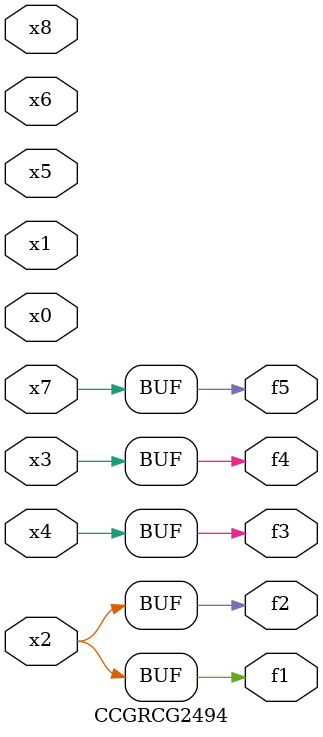
<source format=v>
module CCGRCG2494(
	input x0, x1, x2, x3, x4, x5, x6, x7, x8,
	output f1, f2, f3, f4, f5
);
	assign f1 = x2;
	assign f2 = x2;
	assign f3 = x4;
	assign f4 = x3;
	assign f5 = x7;
endmodule

</source>
